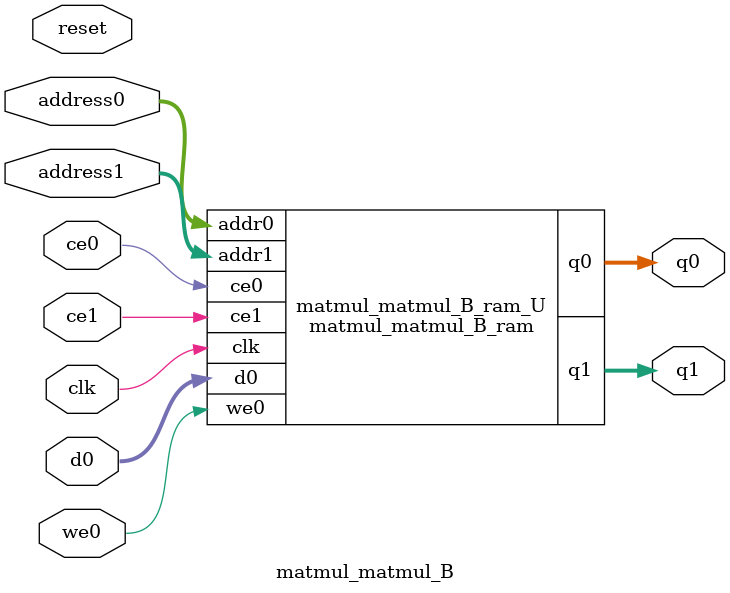
<source format=v>
`timescale 1 ns / 1 ps
module matmul_matmul_B_ram (addr0, ce0, d0, we0, q0, addr1, ce1, q1,  clk);

parameter DWIDTH = 32;
parameter AWIDTH = 8;
parameter MEM_SIZE = 256;

input[AWIDTH-1:0] addr0;
input ce0;
input[DWIDTH-1:0] d0;
input we0;
output reg[DWIDTH-1:0] q0;
input[AWIDTH-1:0] addr1;
input ce1;
output reg[DWIDTH-1:0] q1;
input clk;

(* ram_style = "block" *)reg [DWIDTH-1:0] ram[0:MEM_SIZE-1];




always @(posedge clk)  
begin 
    if (ce0) begin
        if (we0) 
            ram[addr0] <= d0; 
        q0 <= ram[addr0];
    end
end


always @(posedge clk)  
begin 
    if (ce1) begin
        q1 <= ram[addr1];
    end
end


endmodule

`timescale 1 ns / 1 ps
module matmul_matmul_B(
    reset,
    clk,
    address0,
    ce0,
    we0,
    d0,
    q0,
    address1,
    ce1,
    q1);

parameter DataWidth = 32'd32;
parameter AddressRange = 32'd256;
parameter AddressWidth = 32'd8;
input reset;
input clk;
input[AddressWidth - 1:0] address0;
input ce0;
input we0;
input[DataWidth - 1:0] d0;
output[DataWidth - 1:0] q0;
input[AddressWidth - 1:0] address1;
input ce1;
output[DataWidth - 1:0] q1;



matmul_matmul_B_ram matmul_matmul_B_ram_U(
    .clk( clk ),
    .addr0( address0 ),
    .ce0( ce0 ),
    .we0( we0 ),
    .d0( d0 ),
    .q0( q0 ),
    .addr1( address1 ),
    .ce1( ce1 ),
    .q1( q1 ));

endmodule


</source>
